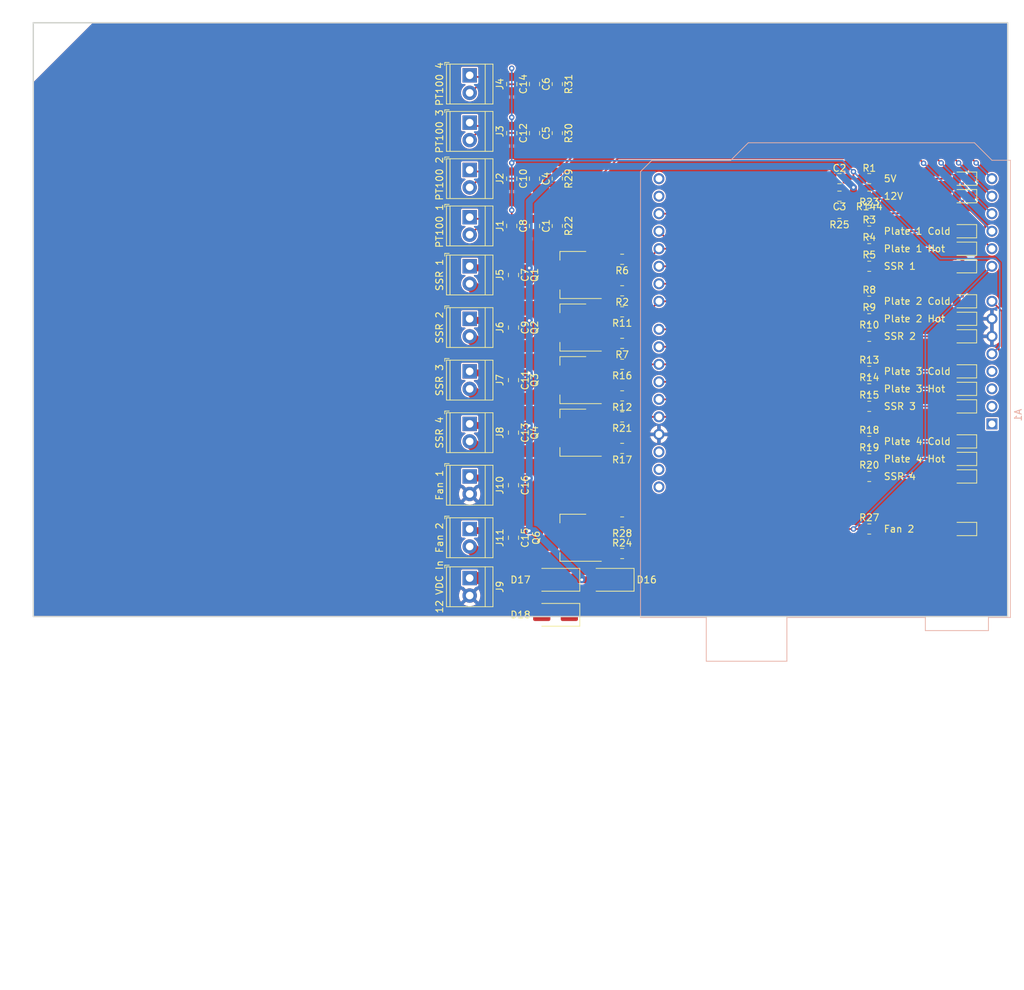
<source format=kicad_pcb>
(kicad_pcb (version 20221018) (generator pcbnew)
  (title_block (title "${Project Title}") (date "2023-11-06") (rev "${Revision}") (company "${Company Name}") (comment 1 "${Designed By}"))
  (layers (0 "F.Cu" mixed) (31 "B.Cu" mixed) (34 "B.Paste" user) (35 "F.Paste" user) (36 "B.SilkS" user "B.Silkscreen") (37 "F.SilkS" user "F.Silkscreen") (38 "B.Mask" user) (39 "F.Mask" user) (44 "Edge.Cuts" user))
  (property "Company Name" "ChargePoint Networks (UK) Ltd.")
  (property "Designed By" "Designed by Philip McGaw - philip.mcgaw@chargepoint.com")
  (property "Project Title" "Pandora AC to DUT PCB")
  (property "Revision" "0.2")
  (net 0 "")
  (net 1 "GND")
  (net 2 "+12V")
  (net 3 "/PT100_1")
  (net 4 "Net-(D2-A)")
  (net 5 "Net-(D3-A)")
  (net 6 "+5V")
  (net 7 "Net-(Q1-G)")
  (net 9 "Net-(D1-A)")
  (net 13 "/PT100_2")
  (net 14 "/PT100_3")
  (net 15 "/PT100_4")
  (net 16 "Net-(A1-VIN)")
  (net 17 "/Cooling_Fan")
  (net 20 "/Plate_1_Cold")
  (net 21 "/Plate_1_Hot")
  (net 22 "/Plate_2_Cold")
  (net 23 "/Plate_2_Hot")
  (net 24 "/Plate_3_Cold")
  (net 25 "/Plate_3_Hot")
  (net 26 "/Plate_4_Cold")
  (net 27 "/Plate_4_Hot")
  (net 28 "/SSR_1")
  (net 29 "/SSR_2")
  (net 30 "/SSR_3")
  (net 31 "/SSR_4")
  (net 35 "Net-(D7-A)")
  (net 36 "Net-(D8-A)")
  (net 37 "Net-(D9-A)")
  (net 38 "Net-(D10-A)")
  (net 39 "Net-(D11-A)")
  (net 40 "Net-(D12-A)")
  (net 41 "Net-(D13-A)")
  (net 42 "/12V_Mon")
  (net 43 "Net-(D15-A)")
  (net 44 "Net-(Q2-G)")
  (net 45 "Net-(J5-Pin_2)")
  (net 46 "Net-(Q3-G)")
  (net 47 "Net-(J6-Pin_2)")
  (net 48 "Net-(Q4-G)")
  (net 49 "Net-(J7-Pin_2)")
  (net 50 "Net-(J8-Pin_2)")
  (net 51 "Net-(Q6-G)")
  (net 52 "Net-(J11-Pin_2)")
  (net 53 "Net-(D17-A)")
  (net 54 "Net-(D4-A)")
  (net 55 "Net-(D5-A)")
  (net 56 "Net-(D6-A)")
  (net 57 "Net-(D34-A)")
  (footprint "TerminalBlock_TE-Connectivity:TerminalBlock_TE_282834-2_1x02_P2.54mm_Horizontal" (layer "F.Cu") (at 197.739001 68.770501 -90)
    (fp_text reference "J6")
    (fp_text value "SSR 2")
  )
  (footprint "Resistor_SMD:R_0805_2012Metric_Pad1.20x1.40mm_HandSolder" (layer "F.Cu") (at 210.439 55.308501 -90)
    (fp_text reference "R22")
    (fp_text value "6k8")
  )
  (footprint "LED_SMD:LED_0805_2012Metric_Pad1.15x1.40mm_HandSolder" (layer "F.Cu") (at 269.367 91.6305 180)
    (fp_text reference "D13" hide)
    (fp_text value "Red" hide)
  )
  (footprint "Resistor_SMD:R_0805_2012Metric_Pad1.20x1.40mm_HandSolder" (layer "F.Cu") (at 255.651 58.6105)
    (fp_text reference "R4")
    (fp_text value "330")
  )
  (footprint "TerminalBlock_TE-Connectivity:TerminalBlock_TE_282834-2_1x02_P2.54mm_Horizontal" (layer "F.Cu") (at 197.739 54.038501 -90)
    (fp_text reference "J1")
    (fp_text value "PT100 1")
  )
  (footprint "Resistor_SMD:R_0805_2012Metric_Pad1.20x1.40mm_HandSolder" (layer "F.Cu") (at 255.651 81.4705)
    (fp_text reference "R15")
    (fp_text value "1k")
  )
  (footprint "LED_SMD:LED_0805_2012Metric_Pad1.15x1.40mm_HandSolder" (layer "F.Cu") (at 269.367 99.2505 180)
    (fp_text reference "D15" hide)
    (fp_text value "Green" hide)
  )
  (footprint "Package_TO_SOT_SMD:SOT-223-3_TabPin2" (layer "F.Cu") (at 212.725 62.420501 180)
    (fp_text reference "Q1")
    (fp_text value "STN3NF06")
  )
  (footprint "Capacitor_SMD:C_0805_2012Metric_Pad1.18x1.45mm_HandSolder" (layer "F.Cu") (at 204.089001 77.6605 -90)
    (fp_text reference "C11")
    (fp_text value "22nF / 22000pF")
  )
  (footprint "Diode_SMD:D_SMA" (layer "F.Cu") (at 218.059 106.6165 180)
    (fp_text reference "D16")
    (fp_text value "Diode")
  )
  (footprint "TerminalBlock_TE-Connectivity:TerminalBlock_TE_282834-2_1x02_P2.54mm_Horizontal" (layer "F.Cu") (at 197.739 106.3625 -90)
    (fp_text reference "J9")
    (fp_text value "12 VDC In")
  )
  (footprint "Resistor_SMD:R_0805_2012Metric_Pad1.20x1.40mm_HandSolder" (layer "F.Cu") (at 219.837001 79.946499 180)
    (fp_text reference "R12")
    (fp_text value "1k")
  )
  (footprint "TerminalBlock_TE-Connectivity:TerminalBlock_TE_282834-2_1x02_P2.54mm_Horizontal" (layer "F.Cu") (at 197.739 33.4645 -90)
    (fp_text reference "J4")
    (fp_text value "PT100 4")
  )
  (footprint "Resistor_SMD:R_0805_2012Metric_Pad1.20x1.40mm_HandSolder" (layer "F.Cu") (at 255.651 50.9905)
    (fp_text reference "R144")
    (fp_text value "1k")
  )
  (footprint "Resistor_SMD:R_0805_2012Metric_Pad1.20x1.40mm_HandSolder" (layer "F.Cu") (at 219.837001 82.9945 180)
    (fp_text reference "R21")
    (fp_text value "10k")
  )
  (footprint "Package_TO_SOT_SMD:SOT-223-3_TabPin2" (layer "F.Cu") (at 212.725001 77.6605 180)
    (fp_text reference "Q3")
    (fp_text value "STN3NF06")
  )
  (footprint "Capacitor_SMD:C_0805_2012Metric_Pad1.18x1.45mm_HandSolder" (layer "F.Cu") (at 203.835 48.450501 -90)
    (fp_text reference "C10")
    (fp_text value "22nF / 22000pF")
  )
  (footprint "TerminalBlock_TE-Connectivity:TerminalBlock_TE_282834-2_1x02_P2.54mm_Horizontal" (layer "F.Cu") (at 197.739 47.180501 -90)
    (fp_text reference "J2")
    (fp_text value "PT100 2")
  )
  (footprint "TerminalBlock_TE-Connectivity:TerminalBlock_TE_282834-2_1x02_P2.54mm_Horizontal" (layer "F.Cu") (at 197.739001 61.150502 -90)
    (fp_text reference "J5")
    (fp_text value "SSR 1")
  )
  (footprint "Capacitor_SMD:C_0805_2012Metric_Pad1.18x1.45mm_HandSolder" (layer "F.Cu") (at 204.089001 62.420501 -90)
    (fp_text reference "C7")
    (fp_text value "22nF / 22000pF")
  )
  (footprint "Resistor_SMD:R_0805_2012Metric_Pad1.20x1.40mm_HandSolder" (layer "F.Cu") (at 251.333 53.4797 180)
    (fp_text reference "R25")
    (fp_text value "1k")
  )
  (footprint "LED_SMD:LED_0805_2012Metric_Pad1.15x1.40mm_HandSolder" (layer "F.Cu") (at 269.358 81.4705 180)
    (fp_text reference "D10" hide)
    (fp_text value "Red" hide)
  )
  (footprint "Resistor_SMD:R_0805_2012Metric_Pad1.20x1.40mm_HandSolder" (layer "F.Cu") (at 255.651 48.4505)
    (fp_text reference "R1")
    (fp_text value "330Ω")
  )
  (footprint "Capacitor_SMD:C_0805_2012Metric_Pad1.18x1.45mm_HandSolder" (layer "F.Cu") (at 207.137 48.450501 -90)
    (fp_text reference "C4")
    (fp_text value "22nF / 22000pF")
  )
  (footprint "LED_SMD:LED_0805_2012Metric_Pad1.15x1.40mm_HandSolder" (layer "F.Cu") (at 269.358 76.3905 180)
    (fp_text reference "D8" hide)
    (fp_text value "Green" hide)
  )
  (footprint "LED_SMD:LED_0805_2012Metric_Pad1.15x1.40mm_HandSolder" (layer "F.Cu") (at 269.358 56.0705 180)
    (fp_text reference "D1" hide)
    (fp_text value "Green" hide)
  )
  (footprint "LED_SMD:LED_0805_2012Metric_Pad1.15x1.40mm_HandSolder" (layer "F.Cu") (at 269.358 86.5505 180)
    (fp_text reference "D11" hide)
    (fp_text value "Green" hide)
  )
  (footprint "Resistor_SMD:R_0805_2012Metric_Pad1.20x1.40mm_HandSolder" (layer "F.Cu") (at 255.651 89.0905)
    (fp_text reference "R19")
    (fp_text value "330")
  )
  (footprint "Capacitor_SMD:C_0805_2012Metric_Pad1.18x1.45mm_HandSolder" (layer "F.Cu") (at 203.835 41.846501 -90)
    (fp_text reference "C12")
    (fp_text value "22nF / 22000pF")
  )
  (footprint "Package_TO_SOT_SMD:SOT-223-3_TabPin2" (layer "F.Cu") (at 212.725 70.0405 180)
    (fp_text reference "Q2")
    (fp_text value "STN3NF06")
  )
  (footprint "Resistor_SMD:R_0805_2012Metric_Pad1.20x1.40mm_HandSolder" (layer "F.Cu") (at 219.837 87.5665 180)
    (fp_text reference "R17")
    (fp_text value "1k")
  )
  (footprint "Resistor_SMD:R_0805_2012Metric_Pad1.20x1.40mm_HandSolder" (layer "F.Cu") (at 255.651 53.4797)
    (fp_text reference "R23")
    (fp_text value "1k")
  )
  (footprint "Resistor_SMD:R_0805_2012Metric_Pad1.20x1.40mm_HandSolder" (layer "F.Cu") (at 255.651 99.2505)
    (fp_text reference "R27")
    (fp_text value "1k")
  )
  (footprint "Capacitor_SMD:C_0805_2012Metric_Pad1.18x1.45mm_HandSolder" (layer "F.Cu") (at 204.089001 85.280501 -90)
    (fp_text reference "C13")
    (fp_text value "22nF / 22000pF")
  )
  (footprint "Capacitor_SMD:C_0805_2012Metric_Pad1.18x1.45mm_HandSolder" (layer "F.Cu") (at 251.333 50.9905 180)
    (fp_text reference "C3")
    (fp_text value "22nF / 22000pF")
  )
  (footprint "Resistor_SMD:R_0805_2012Metric_Pad1.20x1.40mm_HandSolder" (layer "F.Cu") (at 255.651 91.6305)
    (fp_text reference "R20")
    (fp_text value "1k")
  )
  (footprint "Resistor_SMD:R_0805_2012Metric_Pad1.20x1.40mm_HandSolder" (layer "F.Cu") (at 255.651 71.3105)
    (fp_text reference "R10")
    (fp_text value "1k")
  )
  (footprint "LED_SMD:LED_0805_2012Metric_Pad1.15x1.40mm_HandSolder" (layer "F.Cu") (at 269.358 58.6105 180)
    (fp_text reference "D2" hide)
    (fp_text value "Red" hide)
  )
  (footprint "Capacitor_SMD:C_0805_2012Metric_Pad1.18x1.45mm_HandSolder" (layer "F.Cu") (at 204.089001 92.9005 -90)
    (fp_text reference "C16")
    (fp_text value "22nF / 22000pF")
  )
  (footprint "LED_SMD:LED_0805_2012Metric_Pad1.15x1.40mm_HandSolder" (layer "F.Cu") (at 269.358 78.9305 180)
    (fp_text reference "D9" hide)
    (fp_text value "Red" hide)
  )
  (footprint "Resistor_SMD:R_0805_2012Metric_Pad1.20x1.40mm_HandSolder" (layer "F.Cu") (at 219.837 67.754501 180)
    (fp_text reference "R11")
    (fp_text value "10k")
  )
  (footprint "Diode_SMD:D_SMA" (layer "F.Cu") (at 210.185 106.6165 180)
    (fp_text reference "D17")
    (fp_text value "Diode")
  )
  (footprint "Capacitor_SMD:C_0805_2012Metric_Pad1.18x1.45mm_HandSolder" (layer "F.Cu") (at 204.089001 70.0405 -90)
    (fp_text reference "C9")
    (fp_text value "22nF / 22000pF")
  )
  (footprint "Capacitor_SMD:C_0805_2012Metric_Pad1.18x1.45mm_HandSolder" (layer "F.Cu") (at 207.136999 55.308501 -90)
    (fp_text reference "C1")
    (fp_text value "22nF / 22000pF")
  )
  (footprint "Capacitor_SMD:C_0805_2012Metric_Pad1.18x1.45mm_HandSolder" (layer "F.Cu") (at 251.333 48.4505 180)
    (fp_text reference "C2")
    (fp_text value "22nF / 22000pF")
  )
  (footprint "Resistor_SMD:R_0805_2012Metric_Pad1.20x1.40mm_HandSolder" (layer "F.Cu") (at 219.837 98.2345 180)
    (fp_text reference "R28")
    (fp_text value "10k")
  )
  (footprint "Diode_SMD:D_SMA" (layer "F.Cu") (at 210.185 111.6965 180)
    (fp_text reference "D18")
    (fp_text value "Diode")
  )
  (footprint "Resistor_SMD:R_0805_2012Metric_Pad1.20x1.40mm_HandSolder" (layer "F.Cu") (at 255.651 68.7705)
    (fp_text reference "R9")
    (fp_text value "330")
  )
  (footprint "Resistor_SMD:R_0805_2012Metric_Pad1.20x1.40mm_HandSolder" (layer "F.Cu") (at 219.837 102.806501 180)
    (fp_text reference "R24")
    (fp_text value "1k")
  )
  (footprint "Resistor_SMD:R_0805_2012Metric_Pad1.20x1.40mm_HandSolder" (layer "F.Cu") (at 219.837 60.134499 180)
    (fp_text reference "R6")
    (fp_text value "10k")
  )
  (footprint "Resistor_SMD:R_0805_2012Metric_Pad1.20x1.40mm_HandSolder" (layer "F.Cu") (at 255.651 61.1505)
    (fp_text reference "R5")
    (fp_text value "1k")
  )
  (footprint "TerminalBlock_TE-Connectivity:TerminalBlock_TE_282834-2_1x02_P2.54mm_Horizontal" (layer "F.Cu") (at 197.739001 76.3905 -90)
    (fp_text reference "J7")
    (fp_text value "SSR 3")
  )
  (footprint "LED_SMD:LED_0805_2012Metric_Pad1.15x1.40mm_HandSolder" (layer "F.Cu") (at 269.358 66.2305 180)
    (fp_text reference "D4" hide)
    (fp_text value "Green" hide)
  )
  (footprint "Resistor_SMD:R_0805_2012Metric_Pad1.20x1.40mm_HandSolder" (layer "F.Cu") (at 219.837 75.3745 180)
    (fp_text reference "R16")
    (fp_text value "10k")
  )
  (footprint "TerminalBlock_TE-Connectivity:TerminalBlock_TE_282834-2_1x02_P2.54mm_Horizontal" (layer "F.Cu") (at 197.739 40.322501 -90)
    (fp_text reference "J3")
    (fp_text value "PT100 3")
  )
  (footprint "LED_SMD:LED_0805_2012Metric_Pad1.15x1.40mm_HandSolder" (layer "F.Cu") (at 269.358 71.3105 180)
    (fp_text reference "D7" hide)
    (fp_text value "RED" hide)
  )
  (footprint "Resistor_SMD:R_0805_2012Metric_Pad1.20x1.40mm_HandSolder" (layer "F.Cu") (at 255.651 76.3905)
    (fp_text reference "R13")
    (fp_text value "330")
  )
  (footprint "Resistor_SMD:R_0805_2012Metric_Pad1.20x1.40mm_HandSolder" (layer "F.Cu") (at 255.651 78.9305)
    (fp_text reference "R14")
    (fp_text value "330")
  )
  (footprint "TerminalBlock_TE-Connectivity:TerminalBlock_TE_282834-2_1x02_P2.54mm_Horizontal" (layer "F.Cu") (at 197.739001 84.010501 -90)
    (fp_text reference "J8")
    (fp_text value "SSR 4")
  )
  (footprint "Resistor_SMD:R_0805_2012Metric_Pad1.20x1.40mm_HandSolder" (layer "F.Cu") (at 255.651 66.2305)
    (fp_text reference "R8")
    (fp_text value "330")
  )
  (footprint "LED_SMD:LED_0805_2012Metric_Pad1.15x1.40mm_HandSolder" (layer "F.Cu") (at 269.367 68.7705 180)
    (fp_text reference "D5" hide)
    (fp_text value "Red" hide)
  )
  (footprint "LED_SMD:LED_0805_2012Metric_Pad1.15x1.40mm_HandSolder" (layer "F.Cu") (at 269.367 48.4505 180)
    (fp_text reference "D6" hide)
    (fp_text value "Green" hide)
  )
  (footprint "Capacitor_SMD:C_0805_2012Metric_Pad1.18x1.45mm_HandSolder" (layer "F.Cu") (at 203.835 55.308501 -90)
    (fp_text reference "C8")
    (fp_text value "22nF / 22000pF")
  )
  (footprint "LED_SMD:LED_0805_2012Metric_Pad1.15x1.40mm_HandSolder" (layer "F.Cu") (at 269.358 61.1505 180)
    (fp_text reference "D3" hide)
    (fp_text value "Red" hide)
  )
  (footprint "Capacitor_SMD:C_0805_2012Metric_Pad1.18x1.45mm_HandSolder" (layer "F.Cu") (at 207.136999 34.734501 -90)
    (fp_text reference "C6")
    (fp_text value "22nF / 22000pF")
  )
  (footprint "Resistor_SMD:R_0805_2012Metric_Pad1.20x1.40mm_HandSolder" (layer "F.Cu") (at 219.837001 64.706501 180)
    (fp_text reference "R2")
    (fp_text value "1k")
  )
  (footprint "Resistor_SMD:R_0805_2012Metric_Pad1.20x1.40mm_HandSolder" (layer "F.Cu") (at 210.439 34.734501 -90)
    (fp_text reference "R31")
    (fp_text value "6k8")
  )
  (footprint "Capacitor_SMD:C_0805_2012Metric_Pad1.18x1.45mm_HandSolder" (layer "F.Cu") (at 204.089001 100.5205 -90)
    (fp_text reference "C15")
    (fp_text value "22nF / 22000pF")
  )
  (footprint "Resistor_SMD:R_0805_2012Metric_Pad1.20x1.40mm_HandSolder" (layer "F.Cu") (at 210.439 41.8465 -90)
    (fp_text reference "R30")
    (fp_text value "6k8")
  )
  (footprint "LED_SMD:LED_0805_2012Metric_Pad1.15x1.40mm_HandSolder" (layer "F.Cu") (at 269.367 89.0905 180)
    (fp_text reference "D12" hide)
    (fp_text value "Red" hide)
  )
  (footprint "Resistor_SMD:R_0805_2012Metric_Pad1.20x1.40mm_HandSolder" (layer "F.Cu") (at 210.439 48.450502 -90)
    (fp_text reference "R29")
    (fp_text value "6k8")
  )
  (footprint "Resistor_SMD:R_0805_2012Metric_Pad1.20x1.40mm_HandSolder" (layer "F.Cu") (at 219.837 72.3265 180)
    (fp_text reference "R7")
    (fp_text value "1k")
  )
  (footprint "TerminalBlock_TE-Connectivity:TerminalBlock_TE_282834-2_1x02_P2.54mm_Horizontal" (layer "F.Cu") (at 197.739001 91.630501 -90)
    (fp_text reference "J10")
    (fp_text value "Fan 1")
  )
  (footprint "Capacitor_SMD:C_0805_2012Metric_Pad1.18x1.45mm_HandSolder" (layer "F.Cu") (at 203.835 34.734501 -90)
    (fp_text reference "C14")
    (fp_text value "22nF / 22000pF")
  )
  (footprint "Package_TO_SOT_SMD:SOT-223-3_TabPin2" (layer "F.Cu") (at 212.725001 100.5205 180)
    (fp_text reference "Q6")
    (fp_text value "STN3NF06")
  )
  (footprint "TerminalBlock_TE-Connectivity:TerminalBlock_TE_282834-2_1x02_P2.54mm_Horizontal" (layer "F.Cu") (at 197.739001 99.2505 -90)
    (fp_text reference "J11")
    (fp_text value "Fan 2")
  )
  (footprint "Resistor_SMD:R_0805_2012Metric_Pad1.20x1.40mm_HandSolder" (layer "F.Cu") (at 255.651 86.5505)
    (fp_text reference "R18")
    (fp_text value "330")
  )
  (footprint "Package_TO_SOT_SMD:SOT-223-3_TabPin2" (layer "F.Cu") (at 212.725001 85.280499 180)
    (fp_text reference "Q4")
    (fp_text value "STN3NF06")
  )
  (footprint "Capacitor_SMD:C_0805_2012Metric_Pad1.18x1.45mm_HandSolder" (layer "F.Cu") (at 207.137 41.846501 -90)
    (fp_text reference "C5")
    (fp_text value "22nF / 22000pF")
  )
  (footprint "LED_SMD:LED_0805_2012Metric_Pad1.15x1.40mm_HandSolder" (layer "F.Cu") (at 269.367 50.9905 180)
    (fp_text reference "D34" hide)
    (fp_text value "Green" hide)
  )
  (footprint "Resistor_SMD:R_0805_2012Metric_Pad1.20x1.40mm_HandSolder" (layer "F.Cu") (at 255.651 56.0705)
    (fp_text reference "R3")
    (fp_text value "330")
  )
  (footprint "Module:Arduino_UNO_R3" (layer "B.Cu") (at 273.431 84.0105 90)
    (fp_text reference "A1")
    (fp_text value "Arduino_UNO_R3")
  )
  (gr_rect (start 134.493 25.8445) (end 275.717 111.9505) (stroke (width 0.2)) (fill none) (layer "Edge.Cuts"))
  (segment (start 206.353504 99.483001) (end 206.375003 99.504499) (width 1) (layer "F.Cu") (net 2))
  (segment (start 212.185 106.6165) (end 213.995 106.6165) (width 1) (layer "F.Cu") (net 2))
  (segment (start 253.365 50.9905) (end 254.651 50.9905) (width 1) (layer "F.Cu") (net 2))
  (segment (start 204.089002 91.863001) (end 206.353502 91.862999) (width 1) (layer "F.Cu") (net 2))
  (segment (start 204.089002 69.003001) (end 206.353502 69.002999) (width 1) (layer "F.Cu") (net 2))
  (segment (start 204.089002 69.003001) (end 197.971501 69.003) (width 1) (layer "F.Cu") (net 2))
  (segment (start 206.3535 76.623001) (end 206.375 76.644502) (width 1) (layer "F.Cu") (net 2))
  (segment (start 216.059 106.6165) (end 213.995 106.6165) (width 1) (layer "F.Cu") (net 2))
  (segment (start 212.185 106.6165) (end 212.185 111.3755) (width 1) (layer "F.Cu") (net 2))
  (segment (start 204.089001 84.243) (end 206.353502 84.243) (width 1) (layer "F.Cu") (net 2))
  (segment (start 206.353502 69.002999) (end 206.375002 69.0245) (width 1) (layer "F.Cu") (net 2))
  (segment (start 204.089002 91.863001) (end 197.971501 91.863) (width 1) (layer "F.Cu") (net 2))
  (segment (start 204.089001 61.383) (end 197.971502 61.383) (width 1) (layer "F.Cu") (net 2))
  (segment (start 204.089002 99.483001) (end 206.353504 99.483001) (width 1) (layer "F.Cu") (net 2))
  (segment (start 206.353502 91.862999) (end 206.375002 91.8845) (width 1) (layer "F.Cu") (net 2))
  (segment (start 204.089002 99.483001) (end 197.9715 99.483001) (width 1) (layer "F.Cu") (net 2))
  (segment (start 253.365 49.7205) (end 253.365 50.9905) (width 1) (layer "F.Cu") (net 2))
  (segment (start 206.375 61.404501) (end 204.1105 61.404501) (width 1) (layer "F.Cu") (net 2))
  (segment (start 254.651 50.9905) (end 252.3705 50.9905) (width 1) (layer "F.Cu") (net 2))
  (segment (start 204.089001 84.243) (end 197.971502 84.243) (width 1) (layer "F.Cu") (net 2))
  (segment (start 204.089001 76.623001) (end 206.3535 76.623001) (width 1) (layer "F.Cu") (net 2))
  (segment (start 211.931 106.3625) (end 212.185 106.6165) (width 1) (layer "F.Cu") (net 2))
  (segment (start 206.353502 84.243) (end 206.375 84.264501) (width 1) (layer "F.Cu") (net 2))
  (segment (start 254.651 53.4797) (end 254.651 50.9905) (width 1) (layer "F.Cu") (net 2))
  (segment (start 204.089001 76.623001) (end 197.9715 76.623001) (width 1) (layer "F.Cu") (net 2))
  (via (at 206.375002 69.0245) (size 0.8) (drill 0.4) (layers "F.Cu" "B.Cu") (net 2))
  (via (at 206.375002 91.8845) (size 0.8) (drill 0.4) (layers "F.Cu" "B.Cu") (net 2))
  (via (at 253.365 49.7205) (size 0.8) (drill 0.4) (layers "F.Cu" "B.Cu") (net 2))
  (via (at 206.375 76.644502) (size 0.8) (drill 0.4) (layers "F.Cu" "B.Cu") (net 2))
  (via (at 213.995 106.6165) (size 0.8) (drill 0.4) (layers "F.Cu" "B.Cu") (net 2))
  (via (at 206.375003 99.504499) (size 0.8) (drill 0.4) (layers "F.Cu" "B.Cu") (net 2))
  (via (at 206.375 61.404501) (size 0.8) (drill 0.4) (layers "F.Cu" "B.Cu") (net 2))
  (via (at 206.375 84.264501) (size 0.8) (drill 0.4) (layers "F.Cu" "B.Cu") (net 2))
  (segment (start 213.995 106.3625) (end 213.995 106.6165) (width 1) (layer "B.Cu") (net 2))
  (segment (start 206.375 61.404501) (end 206.375 51.7525) (width 1) (layer "B.Cu") (net 2))
  (segment (start 206.375 51.7525) (end 211.455 46.6725) (width 1) (layer "B.Cu") (net 2))
  (segment (start 206.375002 91.8845) (end 206.375 99.504497) (width 1) (layer "B.Cu") (net 2))
  (segment (start 206.375 76.644502) (end 206.375002 69.0245) (width 1) (layer "B.Cu") (net 2))
  (segment (start 207.136999 99.504499) (end 213.995 106.3625) (width 1) (layer "B.Cu") (net 2))
  (segment (start 250.317 46.6725) (end 253.365 49.7205) (width 1) (layer "B.Cu") (net 2))
  (segment (start 211.455 46.6725) (end 250.317 46.6725) (width 1) (layer "B.Cu") (net 2))
  (segment (start 206.375002 91.8845) (end 206.375 84.264501) (width 1) (layer "B.Cu") (net 2))
  (segment (start 206.375 84.264501) (end 206.375 76.644502) (width 1) (layer "B.Cu") (net 2))
  (segment (start 206.375002 69.0245) (end 206.375 61.404501) (width 1) (layer "B.Cu") (net 2))
  (segment (start 206.375 99.504497) (end 206.375003 99.504499) (width 1) (layer "B.Cu") (net 2))
  (segment (start 206.375003 99.504499) (end 207.136999 99.504499) (width 1) (layer "B.Cu") (net 2))
  (segment (start 210.4015 54.271001) (end 210.439 54.308501) (width 0.25) (layer "F.Cu") (net 3))
  (segment (start 219.249046 45.498455) (end 262.804108 45.498455) (width 0.25) (layer "F.Cu") (net 3))
  (segment (start 199.114 55.3085) (end 206.0995 55.3085) (width 0.25) (layer "F.Cu") (net 3))
  (segment (start 206.0995 55.3085) (end 207.136999 54.271001) (width 0.25) (layer "F.Cu") (net 3))
  (segment (start 262.804108 45.498455) (end 263.525 46.219347) (width 0.25) (layer "F.Cu") (net 3))
  (segment (start 210.439 54.308501) (end 219.249046 45.498455) (width 0.25) (layer "F.Cu") (net 3))
  (segment (start 207.136999 54.271001) (end 210.4015 54.271001) (width 0.25) (layer "F.Cu") (net 3))
  (segment (start 197.843999 56.578501) (end 199.114 55.3085) (width 0.25) (layer "F.Cu") (net 3))
  (via (at 263.525 46.219347) (size 0.8) (drill 0.4) (layers "F.Cu" "B.Cu") (net 3))
  (segment (start 263.579847 46.219347) (end 263.525 46.219347) (width 0.25) (layer "B.Cu") (net 3))
  (segment (start 273.431 56.0705) (end 263.579847 46.219347) (width 0.25) (layer "B.Cu") (net 3))
  (segment (start 268.333 58.6105) (end 256.651 58.6105) (width 0.25) (layer "F.Cu") (net 4))
  (segment (start 256.651 61.1505) (end 268.333 61.1505) (width 0.25) (layer "F.Cu") (net 5))
  (segment (start 203.835 40.809001) (end 198.2255 40.809001) (width 0.25) (layer "F.Cu") (net 6))
  (segment (start 203.835 54.271001) (end 203.835 53.022501) (width 0.25) (layer "F.Cu") (net 6))
  (segment (start 252.3705 48.4505) (end 253.365 48.4505) (width 0.25) (layer "F.Cu") (net 6))
  (segment (start 203.835 47.413001) (end 197.9715 47.413001) (width 0.25) (layer "F.Cu") (net 6))
  (segment (start 203.835 54.271001) (end 197.9715 54.271001) (width 0.25) (layer "F.Cu") (net 6))
  (segment (start 203.835 33.697001) (end 203.835 32.448501) (width 0.25) (layer "F.Cu") (net 6))
  (segment (start 203.835 40.809001) (end 203.835 39.560501) (width 0.25) (layer "F.Cu") (net 6))
  (segment (start 203.835 46.164501) (end 203.835 47.413001) (width 0.25) (layer "F.Cu") (net 6))
  (segment (start 252.3705 48.4505) (end 254.651 48.4505) (width 0.25) (layer "F.Cu") (net 6))
  (segment (start 253.365 48.4505) (end 253.365 47.434506) (width 0.25) (layer "F.Cu") (net 6))
  (segment (start 203.835 33.697001) (end 197.971501 33.697001) (width 0.25) (layer "F.Cu") (net 6))
  (via (at 253.365 47.434506) (size 0.8) (drill 0.4) (layers "F.Cu" "B.Cu") (net 6))
  (via (at 203.835 39.560501) (size 0.8) (drill 0.4) (layers "F.Cu" "B.Cu") (net 6))
  (via (at 203.835 53.022501) (size 0.8) (drill 0.4) (layers "F.Cu" "B.Cu") (net 6))
  (via (at 203.835 46.164501) (size 0.8) (drill 0.4) (layers "F.Cu" "B.Cu") (net 6))
  (via (at 203.835 32.448501) (size 0.8) (drill 0.4) (layers "F.Cu" "B.Cu") (net 6))
  (segment (start 253.365 47.434506) (end 265.955994 60.0255) (width 0.25) (layer "B.Cu") (net 6))
  (segment (start 204.152001 45.8475) (end 251.777994 45.8475) (width 0.25) (layer "B.Cu") (net 6))
  (segment (start 274.556 60.684509) (end 274.556 72.7255) (width 0.25) (layer "B.Cu") (net 6))
  (segment (start 203.835 46.164501) (end 204.152001 45.8475) (width 0.25) (layer "B.Cu") (net 6))
  (segment (start 203.835 39.560501) (end 203.835 32.448501) (width 0.25) (layer "B.Cu") (net 6))
  (segment (start 273.896991 60.0255) (end 274.556 60.684509) (width 0.25) (layer "B.Cu") (net 6))
  (segment (start 203.835 39.560501) (end 203.835 46.164501) (width 0.25) (layer "B.Cu") (net 6))
  (segment (start 265.955994 60.0255) (end 273.896991 60.0255) (width 0.25) (layer "B.Cu") (net 6))
  (segment (start 274.556 72.7255) (end 273.431 73.8505) (width 0.25) (layer "B.Cu") (net 6))
  (segment (start 251.777994 45.8475) (end 253.365 47.434506) (width 0.25) (layer "B.Cu") (net 6))
  (segment (start 203.835 53.022501) (end 203.835 46.164501) (width 0.25) (layer "B.Cu") (net 6))
  (segment (start 218.837002 64.706501) (end 215.889002 64.706501) (width 0.25) (layer "F.Cu") (net 7))
  (segment (start 256.651 56.0705) (end 268.333 56.0705) (width 0.25) (layer "F.Cu") (net 9))
  (segment (start 206.099501 48.4505) (end 207.137 47.413001) (width 0.25) (layer "F.Cu") (net 13))
  (segment (start 212.841047 45.048455) (end 264.948955 45.048455) (width 0.25) (layer "F.Cu") (net 13))
  (segment (start 210.439 47.450502) (end 212.841047 45.048455) (width 0.25) (layer "F.Cu") (net 13))
  (segment (start 197.843999 49.720501) (end 199.114 48.4505) (width 0.25) (layer "F.Cu") (net 13))
  (segment (start 199.114 48.4505) (end 206.099501 48.4505) (width 0.25) (layer "F.Cu") (net 13))
  (segment (start 207.137 47.413001) (end 210.4015 47.413001) (width 0.25) (layer "F.Cu") (net 13))
  (segment (start 264.948955 45.048455) (end 266.065 46.1645) (width 0.25) (layer "F.Cu") (net 13))
  (via (at 266.065 46.1645) (size 0.8) (drill 0.4) (layers "F.Cu" "B.Cu") (net 13))
  (segment (start 266.065 46.1645) (end 273.431 53.5305) (width 0.25) (layer "B.Cu") (net 13))
  (segment (start 268.605 46.1645) (end 263.287 40.8465) (width 0.25) (layer "F.Cu") (net 14))
  (segment (start 206.567301 41.8211) (end 207.137 41.251401) (width 0.25) (layer "F.Cu") (net 14))
  (segment (start 207.137 40.809002) (end 210.4015 40.809002) (width 0.25) (layer "F.Cu") (net 14))
  (segment (start 263.287 40.8465) (end 210.439 40.8465) (width 0.25) (layer "F.Cu") (net 14))
  (segment (start 197.739 42.862501) (end 198.780401 41.8211) (width 0.25) (layer "F.Cu") (net 14))
  (segment (start 198.780401 41.8211) (end 206.567301 41.8211) (width 0.25) (layer "F.Cu") (net 14))
  (via (at 268.605 46.1645) (size 0.8) (drill 0.4) (layers "F.Cu" "B.Cu") (net 14))
  (segment (start 268.605 46.1645) (end 273.431 50.9905) (width 0.25) (layer "B.Cu") (net 14))
  (segment (start 206.479701 34.7599) (end 207.137 34.102601) (width 0.25) (layer "F.Cu") (net 15))
  (segment (start 258.715001 33.734501) (end 271.145 46.1645) (width 0.25) (layer "F.Cu") (net 15))
  (segment (start 210.439 33.734501) (end 258.715001 33.734501) (width 0.25) (layer "F.Cu") (net 15))
  (segment (start 199.114 34.7599) (end 206.479701 34.7599) (width 0.25) (layer "F.Cu") (net 15))
  (segment (start 197.8694 36.0045) (end 199.114 34.7599) (width 0.25) (layer "F.Cu") (net 15))
  (segment (start 210.439 33.734501) (end 207.1745 33.734501) (width 0.25) (layer "F.Cu") (net 15))
  (via (at 271.145 46.1645) (size 0.8) (drill 0.4) (layers "F.Cu" "B.Cu") (net 15))
  (segment (start 271.145 46.1645) (end 273.431 48.4505) (width 0.25) (layer "B.Cu") (net 15))
  (segment (start 274.8788 67.6783) (end 273.431 66.2305) (width 0.25) (layer "F.Cu") (net 16))
  (segment (start 220.059 106.3625) (end 268.859 106.3625) (width 0.25) (layer "F.Cu") (net 16))
  (segment (start 274.8788 100.3427) (end 274.8788 67.6783) (width 0.25) (layer "F.Cu") (net 16))
  (segment (start 268.859 106.3625) (end 274.8788 100.3427) (width 0.25) (layer "F.Cu") (net 16))
  (segment (start 220.837001 99.2505) (end 253.365 99.2505) (width 0.25) (layer "F.Cu") (net 17))
  (segment (start 220.837002 102.8065) (end 220.837001 98.2345) (width 0.25) (layer "F.Cu") (net 17))
  (segment (start 220.837 98.2345) (end 220.837001 99.2505) (width 0.25) (layer "F.Cu") (net 17))
  (segment (start 254.651 99.2505) (end 253.365 99.2505) (width 0.25) (layer "F.Cu") (net 17))
  (via (at 253.365 99.2505) (size 0.8) (drill 0.4) (layers "F.Cu" "B.Cu") (net 17))
  (segment (start 273.431 61.1505) (end 263.779 70.8025) (width 0.25) (layer "B.Cu") (net 17))
  (segment (start 263.779 70.8025) (end 263.779 88.8365) (width 0.25) (layer "B.Cu") (net 17))
  (segment (start 263.779 88.8365) (end 253.365 99.2505) (width 0.25) (layer "B.Cu") (net 17))
  (segment (start 249.936 56.0705) (end 254.651 56.0705) (width 0.25) (layer "F.Cu") (net 20))
  (segment (start 225.171 53.5305) (end 247.396 53.5305) (width 0.25) (layer "F.Cu") (net 20))
  (segment (start 247.396 53.5305) (end 249.936 56.0705) (width 0.25) (layer "F.Cu") (net 20))
  (segment (start 225.171 56.0705) (end 225.970999 56.870499) (width 0.25) (layer "F.Cu") (net 21))
  (segment (start 225.970999 56.870499) (end 252.910999 56.870499) (width 0.25) (layer "F.Cu") (net 21))
  (segment (start 252.910999 56.870499) (end 254.651 58.6105) (width 0.25) (layer "F.Cu") (net 21))
  (segment (start 249.571 61.1505) (end 254.651 66.2305) (width 0.25) (layer "F.Cu") (net 22))
  (segment (start 225.171 61.1505) (end 249.571 61.1505) (width 0.25) (layer "F.Cu") (net 22))
  (segment (start 225.171 63.6905) (end 249.571 63.6905) (width 0.25) (layer "F.Cu") (net 23))
  (segment (start 249.571 63.6905) (end 254.651 68.7705) (width 0.25) (layer "F.Cu") (net 23))
  (segment (start 248.551 70.2905) (end 254.651 76.3905) (width 0.25) (layer "F.Cu") (net 24))
  (segment (start 225.171 70.2905) (end 248.551 70.2905) (width 0.25) (layer "F.Cu") (net 24))
  (segment (start 225.171 72.8305) (end 248.551 72.8305) (width 0.25) (layer "F.Cu") (net 25))
  (segment (start 248.551 72.8305) (end 254.651 78.9305) (width 0.25) (layer "F.Cu") (net 25))
  (segment (start 225.171 77.9105) (end 246.011 77.9105) (width 0.25) (layer "F.Cu") (net 26))
  (segment (start 246.011 77.9105) (end 254.651 86.5505) (width 0.25) (layer "F.Cu") (net 26))
  (segment (start 225.171 80.4505) (end 246.011 80.4505) (width 0.25) (layer "F.Cu") (net 27))
  (segment (start 246.011 80.4505) (end 254.651 89.0905) (width 0.25) (layer "F.Cu") (net 27))
  (segment (start 223.647001 60.134499) (end 225.171 58.6105) (width 0.25) (layer "F.Cu") (net 28))
  (segment (start 252.111 58.6105) (end 254.651 61.1505) (width 0.25) (layer "F.Cu") (net 28))
  (segment (start 225.171 58.6105) (end 252.111 58.6105) (width 0.25) (layer "F.Cu") (net 28))
  (segment (start 220.837 60.134499) (end 223.647001 60.134499) (width 0.25) (layer "F.Cu") (net 28))
  (segment (start 220.837001 60.134499) (end 220.837001 64.706503) (width 0.25) (layer "F.Cu") (net 28))
  (segment (start 249.571 66.2305) (end 254.651 71.3105) (width 0.25) (layer "F.Cu") (net 29))
  (segment (start 220.837 67.754501) (end 223.646999 67.754501) (width 0.25) (layer "F.Cu") (net 29))
  (segment (start 223.646999 67.754501) (end 225.171 66.2305) (width 0.25) (layer "F.Cu") (net 29))
  (segment (start 220.837001 72.3265) (end 220.837001 67.754501) (width 0.25) (layer "F.Cu") (net 29))
  (segment (start 225.171 66.2305) (end 249.571 66.2305) (width 0.25) (layer "F.Cu") (net 29))
  (segment (start 225.171 75.3705) (end 248.551 75.3705) (width 0.25) (layer "F.Cu") (net 30))
  (segment (start 248.551 75.3705) (end 254.651 81.4705) (width 0.25) (layer "F.Cu") (net 30))
  (segment (start 220.837 75.3745) (end 225.167 75.3745) (width 0.25) (layer "F.Cu") (net 30))
  (segment (start 220.837001 79.946499) (end 220.837001 75.3745) (width 0.25) (layer "F.Cu") (net 30))
  (segment (start 220.837001 87.5665) (end 220.837001 82.994501) (width 0.25) (layer "F.Cu") (net 31))
  (segment (start 225.171 82.9905) (end 246.011 82.9905) (width 0.25) (layer "F.Cu") (net 31))
  (segment (start 220.837001 82.9945) (end 225.167 82.9945) (width 0.25) (layer "F.Cu") (net 31))
  (segment (start 246.011 82.9905) (end 254.651 91.6305) (width 0.25) (layer "F.Cu") (net 31))
  (segment (start 268.333 71.3105) (end 256.651 71.3105) (width 0.25) (layer "F.Cu") (net 35))
  (segment (start 256.651 76.3905) (end 268.333 76.3905) (width 0.25) (layer "F.Cu") (net 36))
  (segment (start 268.333 78.9305) (end 256.651 78.9305) (width 0.25) (layer "F.Cu") (net 37))
  (segment (start 256.651 81.4705) (end 268.333 81.4705) (width 0.25) (layer "F.Cu") (net 38))
  (segment (start 268.333 86.5505) (end 256.651 86.5505) (width 0.25) (layer "F.Cu") (net 39))
  (segment (start 256.651 89.0905) (end 268.342 89.0905) (width 0.25) (layer "F.Cu") (net 40))
  (segment (start 268.342 91.6305) (end 256.651 91.6305) (width 0.25) (layer "F.Cu") (net 41))
  (segment (start 271.9832 55.3593) (end 271.9832 57.1627) (width 0.25) (layer "F.Cu") (net 42))
  (segment (start 271.9832 57.1627) (end 273.431 58.6105) (width 0.25) (layer "F.Cu") (net 42))
  (segment (start 270.1036 53.4797) (end 271.9832 55.3593) (width 0.25) (layer "F.Cu") (net 42))
  (segment (start 255.626 54.5047) (end 256.651 53.4797) (width 0.25) (layer "F.Cu") (net 42))
  (segment (start 252.333 53.4797) (end 253.358 54.5047) (width 0.25) (layer "F.Cu") (net 42))
  (segment (start 256.651 53.4797) (end 270.1036 53.4797) (width 0.25) (layer "F.Cu") (net 42))
  (segment (start 253.358 54.5047) (end 255.626 54.5047) (width 0.25) (layer "F.Cu") (net 42))
  (segment (start 268.342 99.2505) (end 256.651 99.2505) (width 0.25) (layer "F.Cu") (net 43))
  (segment (start 218.837002 72.3265) (end 215.889002 72.3265) (width 0.25) (layer "F.Cu") (net 44))
  (segment (start 199.169 65.120502) (end 197.739001 63.6905) (width 1.75) (layer "F.Cu") (net 45))
  (segment (start 209.575002 62.420501) (end 215.875001 62.420501) (width 1.75) (layer "F.Cu") (net 45))
  (segment (start 215.875001 62.420501) (end 209.575002 62.420501) (width 0.25) (layer "F.Cu") (net 45))
  (segment (start 206.875002 65.1205) (end 199.169 65.120502) (width 1.75) (layer "F.Cu") (net 45))
  (segment (start 209.575002 62.420501) (end 206.875002 65.1205) (width 1.75) (layer "F.Cu") (net 45))
  (segment (start 218.837002 79.946499) (end 215.889001 79.946499) (width 0.25) (layer "F.Cu") (net 46))
  (segment (start 206.875001 72.740501) (end 209.575002 70.0405) (width 1.75) (layer "F.Cu") (net 47))
  (segment (start 209.575002 70.0405) (end 215.875001 70.0405) (width 1.75) (layer "F.Cu") (net 47))
  (segment (start 199.169001 72.7405) (end 206.875001 72.740501) (width 1.75) (layer "F.Cu") (net 47))
  (segment (start 197.739001 71.3105) (end 199.169001 72.7405) (width 1.75) (layer "F.Cu") (net 47))
  (segment (start 218.837001 87.5665) (end 215.889001 87.5665) (width 0.25) (layer "F.Cu") (net 48))
  (segment (start 206.875001 80.3605) (end 209.575002 77.660502) (width 1.75) (layer "F.Cu") (net 49))
  (segment (start 197.739001 78.930501) (end 199.169002 80.3605) (width 1.75) (layer "F.Cu") (net 49))
  (segment (start 209.575002 77.660502) (end 215.875002 77.6605) (width 1.75) (layer "F.Cu") (net 49))
  (segment (start 199.169002 80.3605) (end 206.875001 80.3605) (width 1.75) (layer "F.Cu") (net 49))
  (segment (start 209.575002 85.280501) (end 215.875002 85.280499) (width 1.75) (layer "F.Cu") (net 50))
  (segment (start 199.169 87.980502) (end 206.875001 87.980502) (width 1.75) (layer "F.Cu") (net 50))
  (segment (start 206.875001 87.980502) (end 209.575002 85.280501) (width 1.75) (layer "F.Cu") (net 50))
  (segment (start 197.739001 86.5505) (end 199.169 87.980502) (width 1.75) (layer "F.Cu") (net 50))
  (segment (start 218.837002 102.806501) (end 215.889001 102.806501) (width 0.25) (layer "F.Cu") (net 51))
  (segment (start 209.575002 100.520502) (end 215.875001 100.520502) (width 1.75) (layer "F.Cu") (net 52))
  (segment (start 209.575002 100.520502) (end 206.875001 103.2205) (width 1.75) (layer "F.Cu") (net 52))
  (segment (start 199.169002 103.2205) (end 197.739001 101.790501) (width 1.75) (layer "F.Cu") (net 52))
  (segment (start 206.875001 103.2205) (end 199.169002 103.2205) (width 1.75) (layer "F.Cu") (net 52))
  (segment (start 197.739 106.3625) (end 207.931 106.3625) (width 1.75) (layer "F.Cu") (net 53))
  (segment (start 208.185 106.6165) (end 208.185 111.0005) (width 1.75) (layer "F.Cu") (net 53))
  (segment (start 207.931 106.3625) (end 208.185 106.6165) (width 1.75) (layer "F.Cu") (net 53))
  (segment (start 268.333 66.2305) (end 256.651 66.2305) (width 0.25) (layer "F.Cu") (net 54))
  (segment (start 256.651 68.7705) (end 268.342 68.7705) (width 0.25) (layer "F.Cu") (net 55))
  (segment (start 256.651 48.4505) (end 268.342 48.4505) (width 0.25) (layer "F.Cu") (net 56))
  (segment (start 256.651 50.9905) (end 268.342 50.9905) (width 0.25) (layer "F.Cu") (net 57))
  (zone (net 1) (net_name "GND") (layers "F&B.Cu") (connect_pads (clearance 0)) (min_thickness 0.25) (fill yes (thermal_gap 0.5) (thermal_bridge_width 0.5))
    (polygon (pts (xy 146.431 22.5425) (xy 276.987 22.5425) (xy 276.987 123.6345) (xy 276.479 124.1425) (xy 130.429 124.1425) (xy 129.667 123.3805) (xy 129.667 39.3065)))
  )
)
</source>
